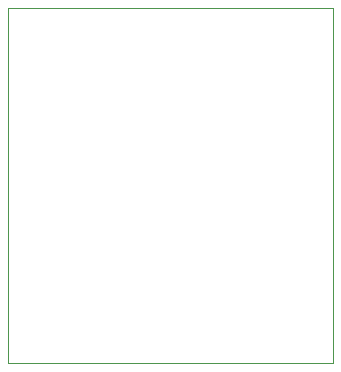
<source format=gbr>
%TF.GenerationSoftware,KiCad,Pcbnew,8.0.5*%
%TF.CreationDate,2025-02-04T19:21:07-06:00*%
%TF.ProjectId,Feather1268,46656174-6865-4723-9132-36382e6b6963,rev?*%
%TF.SameCoordinates,Original*%
%TF.FileFunction,Profile,NP*%
%FSLAX46Y46*%
G04 Gerber Fmt 4.6, Leading zero omitted, Abs format (unit mm)*
G04 Created by KiCad (PCBNEW 8.0.5) date 2025-02-04 19:21:07*
%MOMM*%
%LPD*%
G01*
G04 APERTURE LIST*
%TA.AperFunction,Profile*%
%ADD10C,0.050000*%
%TD*%
G04 APERTURE END LIST*
D10*
X116500000Y-27500000D02*
X144000000Y-27500000D01*
X144000000Y-57500000D01*
X116500000Y-57500000D01*
X116500000Y-27500000D01*
M02*

</source>
